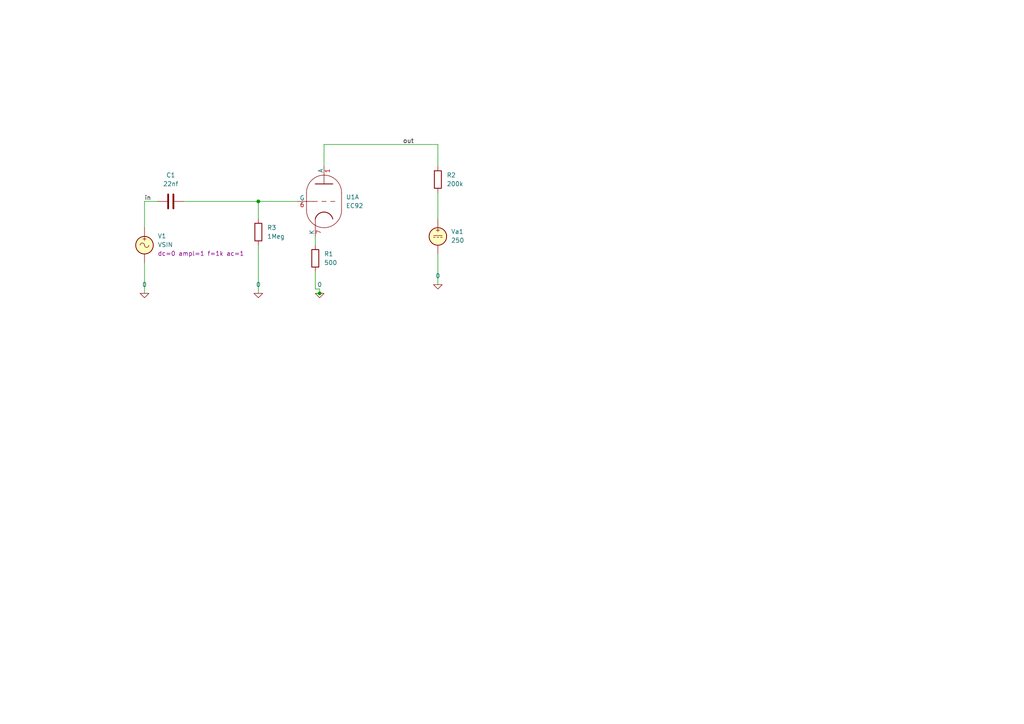
<source format=kicad_sch>
(kicad_sch (version 20231120) (generator "eeschema") (generator_version "8.0")
  (paper "A4")
  (lib_symbols
    (symbol "Device:C" (pin_numbers hide) (pin_names (offset 0.254))
      (property "Reference" "C" (at 0.635 2.54 0))
      (property "Value" "C" (at 0.635 -2.54 0))
      (symbol "C_0_1"
        (polyline (pts (xy -2.032 -0.762) (xy 2.032 -0.762)) (stroke (width 0.508)))
        (polyline (pts (xy -2.032 0.762) (xy 2.032 0.762)) (stroke (width 0.508)))
      )
      (symbol "C_1_1"
        (pin passive line (at 0 3.81 270) (length 2.794) (name "~") (number "1"))
        (pin passive line (at 0 -3.81 90) (length 2.794) (name "~") (number "2"))
      )
    )
    (symbol "Device:R" (pin_numbers hide) (pin_names (offset 0))
      (property "Reference" "R" (at 2.032 0 90))
      (property "Value" "R" (at 0 0 90))
      (symbol "R_0_1"
        (rectangle (start -1.016 -2.54) (end 1.016 2.54) (stroke (width 0.254)))
      )
      (symbol "R_1_1"
        (pin passive line (at 0 3.81 270) (length 1.27) (name "~") (number "1"))
        (pin passive line (at 0 -3.81 90) (length 1.27) (name "~") (number "2"))
      )
    )
    (symbol "Simulation_SPICE:0" (power) (pin_numbers hide) (pin_names (offset 0) hide)
      (property "Value" "0" (at 0 -2.54 0))
      (symbol "0_0_1"
        (polyline (pts (xy -1.27 0) (xy 0 -1.27) (xy 1.27 0) (xy -1.27 0)))
      )
      (symbol "0_1_1"
        (pin power_in line (at 0 0 0) (length 0) (name "~") (number "1"))
      )
    )
    (symbol "Simulation_SPICE:VDC" (pin_numbers hide) (pin_names (offset 0.0254))
      (property "Reference" "V" (at 2.54 2.54 0))
      (property "Value" "1" (at 2.54 0 0))
      (symbol "VDC_0_0"
        (polyline (pts (xy -1.27 0.254) (xy 1.27 0.254)))
        (polyline (pts (xy -0.762 -0.254) (xy -1.27 -0.254)))
        (polyline (pts (xy 0.254 -0.254) (xy -0.254 -0.254)))
        (polyline (pts (xy 1.27 -0.254) (xy 0.762 -0.254)))
        (text "+" (at 0 1.905 0) (effects (font (size 1.27 1.27))))
      )
      (symbol "VDC_0_1"
        (circle (center 0 0) (radius 2.54) (stroke (width 0.254)) (fill (type background)))
      )
      (symbol "VDC_1_1"
        (pin passive line (at 0 5.08 270) (length 2.54) (name "~") (number "1"))
        (pin passive line (at 0 -5.08 90) (length 2.54) (name "~") (number "2"))
      )
    )
    (symbol "Simulation_SPICE:VSIN" (pin_numbers hide) (pin_names (offset 0.0254))
      (property "Reference" "V" (at 2.54 2.54 0))
      (property "Value" "VSIN" (at 2.54 0 0))
      (property "Sim.Params" "dc=0 ampl=1 f=1k ac=1" (at 2.54 -2.54 0))
      (symbol "VSIN_0_0"
        (arc (start 0 0) (mid -0.635 0.6323) (end -1.27 0))
        (arc (start 0 0) (mid 0.635 -0.6323) (end 1.27 0))
        (text "+" (at 0 1.905 0) (effects (font (size 1.27 1.27))))
      )
      (symbol "VSIN_0_1"
        (circle (center 0 0) (radius 2.54) (stroke (width 0.254)) (fill (type background)))
      )
      (symbol "VSIN_1_1"
        (pin passive line (at 0 5.08 270) (length 2.54) (name "~") (number "1"))
        (pin passive line (at 0 -5.08 90) (length 2.54) (name "~") (number "2"))
      )
    )
    (symbol "Valve:EC92" (pin_names (offset 0))
      (property "Reference" "U" (at 3.048 7.874 0))
      (property "Value" "EC92" (at 4.318 -8.128 0))
      (symbol "EC92_0_1"
        (arc (start -5.08 -2.54) (mid 0 -7.5979) (end 5.08 -2.54))
        (polyline (pts (xy 5.08 2.54) (xy 5.08 -2.54)))
        (polyline (pts (xy -5.08 2.54) (xy -5.08 -2.54) (xy -5.08 -2.54)))
        (arc (start 5.08 2.54) (mid 0 7.5979) (end -5.08 2.54))
      )
      (symbol "EC92_1_0"
        (polyline (pts (xy -2.54 -5.08) (xy -2.54 -7.62)))
        (polyline (pts (xy -1.905 0) (xy -3.175 0)) (stroke (width 0.1524)))
        (polyline (pts (xy -0.635 0) (xy 0.635 0)) (stroke (width 0.1524)))
        (polyline (pts (xy 0 5.08) (xy 0 7.62)))
        (polyline (pts (xy 1.905 0) (xy 3.175 0)) (stroke (width 0.1524)))
      )
      (symbol "EC92_1_1"
        (polyline (pts (xy -5.08 0) (xy -3.175 0)))
        (polyline (pts (xy -2.54 5.08) (xy 2.54 5.08) (xy 2.54 5.08)) (stroke (width 0.254)))
        (arc (start 2.54 -5.08) (mid 0 -3.0968) (end -2.54 -5.08) (stroke (width 0.254)))
        (pin output line (at 0 10.16 270) (length 2.54) (name "A") (number "1"))
        (pin input line (at -7.62 0 0) (length 2.54) (name "G") (number "6"))
        (pin bidirectional line (at -2.54 -10.16 90) (length 2.54) (name "K") (number "7"))
      )
      (symbol "EC92_2_1"
        (arc (start 2.54 -6.35) (mid 0 -5.1292) (end -2.54 -6.35))
        (pin power_in line (at -2.54 -8.89 90) (length 2.54) (name "F1") (number "3"))
        (pin power_in line (at 2.54 -8.89 90) (length 2.54) (name "F2") (number "4"))
      )
    )
  )
  (junction (at 74.93 58.42))
  (junction (at 92.71 85.09))
  (wire (pts (xy 53.34 58.42) (xy 74.93 58.42)))
  (wire (pts (xy 127 55.88) (xy 127 63.5)))
  (wire (pts (xy 74.93 58.42) (xy 74.93 63.5)))
  (wire (pts (xy 92.71 83.82) (xy 92.71 85.09)))
  (wire (pts (xy 91.44 85.09) (xy 92.71 85.09)))
  (wire (pts (xy 74.93 58.42) (xy 86.36 58.42)))
  (wire (pts (xy 41.91 66.04) (xy 41.91 58.42)))
  (wire (pts (xy 91.44 83.82) (xy 92.71 83.82)))
  (wire (pts (xy 127 41.91) (xy 127 48.26)))
  (wire (pts (xy 91.44 68.58) (xy 91.44 71.12)))
  (wire (pts (xy 91.44 78.74) (xy 91.44 83.82)))
  (wire (pts (xy 93.98 48.26) (xy 93.98 41.91)))
  (wire (pts (xy 93.98 41.91) (xy 127 41.91)))
  (wire (pts (xy 41.91 76.2) (xy 41.91 85.09)))
  (wire (pts (xy 74.93 71.12) (xy 74.93 85.09)))
  (wire (pts (xy 127 73.66) (xy 127 82.55)))
  (wire (pts (xy 41.91 58.42) (xy 45.72 58.42)))
  (label "out" (at 116.84 41.91 0))
  (label "in" (at 41.91 58.42 0))
  (symbol (lib_id "Simulation_SPICE:0") (at 127 82.55 0) (unit 1)
    (property "Reference" "#GND03" (effects (hide yes)))
    (property "Value" "0" (at 127 80.01 0))
    (property "Datasheet" "https://ngspice.sourceforge.io/docs/ngspice-html-manual/manual.xhtml#subsec_Circuit_elements__device" (effects (hide yes)))
    (property "Description" "0V reference potential for simulation" (effects (hide yes)))
  )
  (symbol (lib_id "Valve:EC92") (at 93.98 58.42 0) (unit 1)
    (property "Reference" "U1" (at 100.33 57.1499 0) (effects (justify left)))
    (property "Value" "EC92" (at 100.33 59.6899 0) (effects (justify left)))
    (property "Footprint" "Valve:Valve_Mini_P" (effects (hide yes)))
    (property "Datasheet" "http://www.r-type.org/pdfs/ec92.pdf" (effects (hide yes)))
    (property "Description" "single triode" (effects (hide yes)))
    (property "Sim.Library" "/home/ken/projects/kicad/valve_sim1/triodes.lib" (effects (hide yes)))
    (property "Sim.Name" "12AX7" (effects (hide yes)))
    (property "Sim.Device" "SUBCKT" (effects (hide yes)))
    (property "Sim.Pins" "1=P 6=G 7=K" (effects (hide yes)))
  )
  (symbol (lib_id "Simulation_SPICE:VSIN") (at 41.91 71.12 0) (unit 1)
    (property "Reference" "V1" (at 45.72 68.4501 0) (effects (justify left)))
    (property "Value" "VSIN" (at 45.72 70.9901 0) (effects (justify left)))
    (property "Datasheet" "https://ngspice.sourceforge.io/docs/ngspice-html-manual/manual.xhtml#sec_Independent_Sources_for" (effects (hide yes)))
    (property "Description" "Voltage source, sinusoidal" (effects (hide yes)))
    (property "Sim.Pins" "1=+ 2=-" (effects (hide yes)))
    (property "Sim.Params" "dc=0 ampl=1 f=1k ac=1" (at 45.72 73.5301 0) (effects (justify left)))
    (property "Sim.Type" "SIN" (effects (hide yes)))
    (property "Sim.Device" "V" (effects (hide yes)))
  )
  (symbol (lib_id "Device:R") (at 74.93 67.31 0) (unit 1)
    (property "Reference" "R3" (at 77.47 66.0399 0) (effects (justify left)))
    (property "Value" "1Meg" (at 77.47 68.5799 0) (effects (justify left)))
    (property "Description" "Resistor" (effects (hide yes)))
  )
  (symbol (lib_id "Device:R") (at 127 52.07 0) (unit 1)
    (property "Reference" "R2" (at 129.54 50.7999 0) (effects (justify left)))
    (property "Value" "200k" (at 129.54 53.3399 0) (effects (justify left)))
    (property "Description" "Resistor" (effects (hide yes)))
    (property "Sim.Device" "R" (effects (hide yes)))
    (property "Sim.Pins" "1=+ 2=-" (effects (hide yes)))
  )
  (symbol (lib_id "Simulation_SPICE:0") (at 74.93 85.09 0) (unit 1)
    (property "Reference" "#GND04" (effects (hide yes)))
    (property "Value" "0" (at 74.93 82.55 0))
    (property "Datasheet" "https://ngspice.sourceforge.io/docs/ngspice-html-manual/manual.xhtml#subsec_Circuit_elements__device" (effects (hide yes)))
    (property "Description" "0V reference potential for simulation" (effects (hide yes)))
  )
  (symbol (lib_id "Device:R") (at 91.44 74.93 0) (unit 1)
    (property "Reference" "R1" (at 93.98 73.6599 0) (effects (justify left)))
    (property "Value" "500" (at 93.98 76.1999 0) (effects (justify left)))
    (property "Description" "Resistor" (effects (hide yes)))
    (property "Sim.Device" "R" (effects (hide yes)))
    (property "Sim.Pins" "1=+ 2=-" (effects (hide yes)))
  )
  (symbol (lib_id "Device:C") (at 49.53 58.42 90) (unit 1)
    (property "Reference" "C1" (at 49.53 50.8 90))
    (property "Value" "22nf" (at 49.53 53.34 90))
    (property "Description" "Unpolarized capacitor" (effects (hide yes)))
  )
  (symbol (lib_id "Simulation_SPICE:VDC") (at 127 68.58 0) (unit 1)
    (property "Reference" "Va1" (at 130.81 67.1801 0) (effects (justify left)))
    (property "Value" "250" (at 130.81 69.7201 0) (effects (justify left)))
    (property "Datasheet" "https://ngspice.sourceforge.io/docs/ngspice-html-manual/manual.xhtml#sec_Independent_Sources_for" (effects (hide yes)))
    (property "Description" "Voltage source, DC" (effects (hide yes)))
    (property "Sim.Pins" "1=+ 2=-" (effects (hide yes)))
    (property "Sim.Type" "DC" (effects (hide yes)))
    (property "Sim.Device" "V" (effects (hide yes)))
  )
  (symbol (lib_id "Simulation_SPICE:0") (at 41.91 85.09 0) (unit 1)
    (property "Reference" "#GND01" (effects (hide yes)))
    (property "Value" "0" (at 41.91 82.55 0))
    (property "Datasheet" "https://ngspice.sourceforge.io/docs/ngspice-html-manual/manual.xhtml#subsec_Circuit_elements__device" (effects (hide yes)))
    (property "Description" "0V reference potential for simulation" (effects (hide yes)))
  )
  (symbol (lib_id "Simulation_SPICE:0") (at 92.71 85.09 0) (unit 1)
    (property "Reference" "#GND02" (effects (hide yes)))
    (property "Value" "0" (at 92.71 82.55 0))
    (property "Datasheet" "https://ngspice.sourceforge.io/docs/ngspice-html-manual/manual.xhtml#subsec_Circuit_elements__device" (effects (hide yes)))
    (property "Description" "0V reference potential for simulation" (effects (hide yes)))
  )
)
</source>
